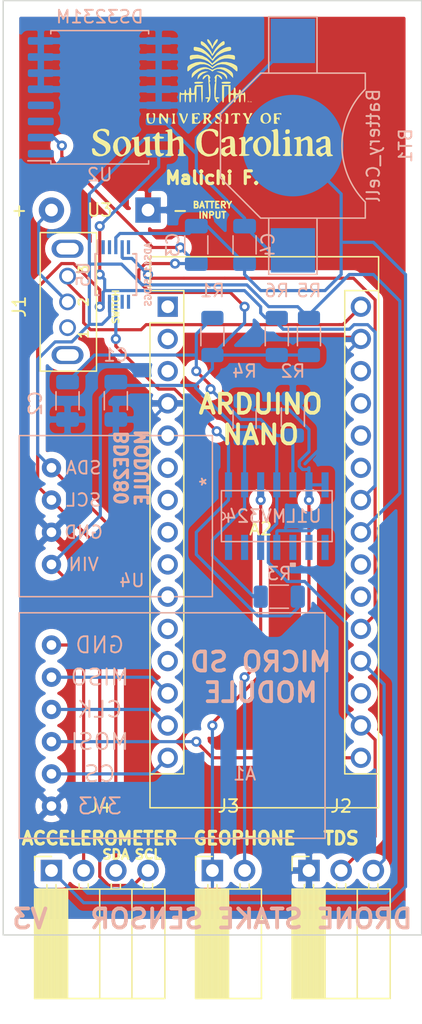
<source format=kicad_pcb>
(kicad_pcb (version 20171130) (host pcbnew "(5.1.10)-1")
  (layers (0 F.Cu signal) (31 B.Cu signal) (34 B.Paste user) (35 F.Paste user) (36 B.SilkS user) (37 F.SilkS user) (38 B.Mask user) (39 F.Mask user) (44 Edge.Cuts user))
  (net 0 "")
  (net 1 "Net-(A1-Pad1)")
  (net 2 "Net-(A1-Pad2)")
  (net 3 "Net-(A1-Pad3)")
  (net 4 "Net-(A1-Pad4)")
  (net 5 "Net-(A1-Pad5)")
  (net 6 GND)
  (net 7 "Net-(A2-Pad1)")
  (net 8 "Net-(A2-Pad2)")
  (net 9 "Net-(A2-Pad18)")
  (net 10 "Net-(A2-Pad3)")
  (net 11 "Net-(A2-Pad19)")
  (net 12 "Net-(A2-Pad20)")
  (net 13 "Net-(A2-Pad5)")
  (net 14 "Net-(A2-Pad21)")
  (net 15 "Net-(A2-Pad6)")
  (net 16 "Net-(A2-Pad22)")
  (net 17 "Net-(A2-Pad7)")
  (net 18 "Net-(A2-Pad8)")
  (net 19 "Net-(A2-Pad9)")
  (net 20 "Net-(A2-Pad25)")
  (net 21 "Net-(A2-Pad10)")
  (net 22 "Net-(A2-Pad26)")
  (net 23 "Net-(A2-Pad11)")
  (net 24 "Net-(A2-Pad27)")
  (net 25 "Net-(A2-Pad12)")
  (net 26 "Net-(A2-Pad28)")
  (net 27 GNDS)
  (net 28 "Net-(BT1-Pad1)")
  (net 29 "Net-(C2-Pad1)")
  (net 30 "Net-(J1-Pad1)")
  (net 31 VCC)
  (net 32 "Net-(J3-Pad1)")
  (net 33 "Net-(J3-Pad2)")
  (net 34 "Net-(R3-Pad1)")
  (net 35 "Net-(R3-Pad2)")
  (net 36 "Net-(U1-Pad8)")
  (net 37 "Net-(U1-Pad9)")
  (net 38 "Net-(U1-Pad10)")
  (net 39 "Net-(U1-Pad12)")
  (net 40 "Net-(U1-Pad13)")
  (net 41 "Net-(U1-Pad14)")
  (net 42 "Net-(U2-Pad1)")
  (net 43 "Net-(U2-Pad3)")
  (net 44 "Net-(U2-Pad4)")
  (net 45 "Net-(U5-Pad1)")
  (net 46 "Net-(U5-Pad2)")
  (net 47 "Net-(U5-Pad5)")
  (net 48 "Net-(U5-Pad6)")
  (net 49 "Net-(U5-Pad7)")
  (net 50 "Net-(A2-Pad23)")
  (net 51 "Net-(A2-Pad24)")
  (net 52 "Net-(A2-Pad30)")
  (module "kitest:SD Module" (layer B.Cu) (at 110.49 146.05 180)
    (fp_text reference A1 (at -3.81 6.35) (layer B.SilkS) (effects (justify mirror)))
    (fp_text value SD_Card_Module)
    (fp_text user GND (at 7.62 16.51) (layer B.SilkS) (effects (font (size 1.27 1.27)) (justify mirror)))
    (fp_text user MISO (at 7.62 13.97) (layer B.SilkS) (effects (font (size 1.27 1.27)) (justify mirror)))
    (fp_text user CLK (at 7.62 11.43) (layer B.SilkS) (effects (font (size 1.27 1.27)) (justify mirror)))
    (fp_text user MOSI (at 7.62 8.89) (layer B.SilkS) (effects (font (size 1.27 1.27)) (justify mirror)))
    (fp_text user CS (at 7.62 6.35) (layer B.SilkS) (effects (font (size 1.27 1.27)) (justify mirror)))
    (fp_text user 3V3 (at 7.62 3.81) (layer B.SilkS) (effects (font (size 1.27 1.27)) (justify mirror)))
    (pad 1 thru_hole circle (at 11.43 16.51 180) (size 1.524 1.524) (drill 0.762) (layers *.Cu *.Mask) (net 1 "Net-(A1-Pad1)"))
    (pad 2 thru_hole circle (at 11.43 13.97 180) (size 1.524 1.524) (drill 0.762) (layers *.Cu *.Mask) (net 2 "Net-(A1-Pad2)"))
    (pad 3 thru_hole circle (at 11.43 11.43 180) (size 1.524 1.524) (drill 0.762) (layers *.Cu *.Mask) (net 3 "Net-(A1-Pad3)"))
    (pad 4 thru_hole circle (at 11.43 8.89 180) (size 1.524 1.524) (drill 0.762) (layers *.Cu *.Mask) (net 4 "Net-(A1-Pad4)"))
    (pad 5 thru_hole circle (at 11.43 6.35 180) (size 1.524 1.524) (drill 0.762) (layers *.Cu *.Mask) (net 5 "Net-(A1-Pad5)"))
    (pad 6 thru_hole circle (at 11.43 3.81 180) (size 1.524 1.524) (drill 0.762) (layers *.Cu *.Mask) (net 6 GND))
  )
  (module kitest:TDS_module (layer B.Cu) (at 104.14 119.38 180)
    (fp_text reference U4 (at -1.27 -5.08) (layer B.SilkS) (effects (justify mirror)))
    (fp_text value 4023)
    (fp_text user SDA (at 2.54 3.81) (layer B.SilkS) (effects (justify mirror)))
    (fp_text user SCL (at 2.54 1.27) (layer B.SilkS) (effects (justify mirror)))
    (fp_text user GND (at 2.54 -1.27) (layer B.SilkS) (effects (justify mirror)))
    (fp_text user VIN (at 2.54 -3.81) (layer B.SilkS) (effects (justify mirror)))
    (pad 12 thru_hole circle (at 5.08 3.81 180) (size 1.524 1.524) (drill 0.762) (layers *.Cu *.Mask) (net 50 "Net-(A2-Pad23)"))
    (pad 11 thru_hole circle (at 5.08 1.27 180) (size 1.524 1.524) (drill 0.762) (layers *.Cu *.Mask) (net 51 "Net-(A2-Pad24)"))
    (pad 10 thru_hole circle (at 5.08 -1.27 180) (size 1.524 1.524) (drill 0.762) (layers *.Cu *.Mask) (net 6 GND))
    (pad 13 thru_hole circle (at 5.08 -3.81 180) (size 1.524 1.524) (drill 0.762) (layers *.Cu *.Mask) (net 1 "Net-(A1-Pad1)"))
  )
  (module Module:Arduino_Nano (layer F.Cu) (at 108.235001 102.87)
    (fp_text reference A2 (at 7.334999 17.504999) (layer F.SilkS))
    (fp_text value Arduino_Nano_v3.x)
    (pad 1 thru_hole rect (at 0 0) (size 1.6 1.6) (drill 1) (layers *.Cu *.Mask) (net 7 "Net-(A2-Pad1)"))
    (pad 17 thru_hole oval (at 15.24 33.02) (size 1.6 1.6) (drill 1) (layers *.Cu *.Mask) (net 1 "Net-(A1-Pad1)"))
    (pad 2 thru_hole oval (at 0 2.54) (size 1.6 1.6) (drill 1) (layers *.Cu *.Mask) (net 8 "Net-(A2-Pad2)"))
    (pad 18 thru_hole oval (at 15.24 30.48) (size 1.6 1.6) (drill 1) (layers *.Cu *.Mask) (net 9 "Net-(A2-Pad18)"))
    (pad 3 thru_hole oval (at 0 5.08) (size 1.6 1.6) (drill 1) (layers *.Cu *.Mask) (net 10 "Net-(A2-Pad3)"))
    (pad 19 thru_hole oval (at 15.24 27.94) (size 1.6 1.6) (drill 1) (layers *.Cu *.Mask) (net 11 "Net-(A2-Pad19)"))
    (pad 4 thru_hole oval (at 0 7.62) (size 1.6 1.6) (drill 1) (layers *.Cu *.Mask) (net 6 GND))
    (pad 20 thru_hole oval (at 15.24 25.4) (size 1.6 1.6) (drill 1) (layers *.Cu *.Mask) (net 12 "Net-(A2-Pad20)"))
    (pad 5 thru_hole oval (at 0 10.16) (size 1.6 1.6) (drill 1) (layers *.Cu *.Mask) (net 13 "Net-(A2-Pad5)"))
    (pad 21 thru_hole oval (at 15.24 22.86) (size 1.6 1.6) (drill 1) (layers *.Cu *.Mask) (net 14 "Net-(A2-Pad21)"))
    (pad 6 thru_hole oval (at 0 12.7) (size 1.6 1.6) (drill 1) (layers *.Cu *.Mask) (net 15 "Net-(A2-Pad6)"))
    (pad 22 thru_hole oval (at 15.24 20.32) (size 1.6 1.6) (drill 1) (layers *.Cu *.Mask) (net 16 "Net-(A2-Pad22)"))
    (pad 7 thru_hole oval (at 0 15.24) (size 1.6 1.6) (drill 1) (layers *.Cu *.Mask) (net 17 "Net-(A2-Pad7)"))
    (pad 23 thru_hole oval (at 15.24 17.78) (size 1.6 1.6) (drill 1) (layers *.Cu *.Mask) (net 50 "Net-(A2-Pad23)"))
    (pad 8 thru_hole oval (at 0 17.78) (size 1.6 1.6) (drill 1) (layers *.Cu *.Mask) (net 18 "Net-(A2-Pad8)"))
    (pad 24 thru_hole oval (at 15.24 15.24) (size 1.6 1.6) (drill 1) (layers *.Cu *.Mask) (net 51 "Net-(A2-Pad24)"))
    (pad 9 thru_hole oval (at 0 20.32) (size 1.6 1.6) (drill 1) (layers *.Cu *.Mask) (net 19 "Net-(A2-Pad9)"))
    (pad 25 thru_hole oval (at 15.24 12.7) (size 1.6 1.6) (drill 1) (layers *.Cu *.Mask) (net 20 "Net-(A2-Pad25)"))
    (pad 10 thru_hole oval (at 0 22.86) (size 1.6 1.6) (drill 1) (layers *.Cu *.Mask) (net 21 "Net-(A2-Pad10)"))
    (pad 26 thru_hole oval (at 15.24 10.16) (size 1.6 1.6) (drill 1) (layers *.Cu *.Mask) (net 22 "Net-(A2-Pad26)"))
    (pad 11 thru_hole oval (at 0 25.4) (size 1.6 1.6) (drill 1) (layers *.Cu *.Mask) (net 23 "Net-(A2-Pad11)"))
    (pad 27 thru_hole oval (at 15.24 7.62) (size 1.6 1.6) (drill 1) (layers *.Cu *.Mask) (net 24 "Net-(A2-Pad27)"))
    (pad 12 thru_hole oval (at 0 27.94) (size 1.6 1.6) (drill 1) (layers *.Cu *.Mask) (net 25 "Net-(A2-Pad12)"))
    (pad 28 thru_hole oval (at 15.24 5.08) (size 1.6 1.6) (drill 1) (layers *.Cu *.Mask) (net 26 "Net-(A2-Pad28)"))
    (pad 13 thru_hole oval (at 0 30.48) (size 1.6 1.6) (drill 1) (layers *.Cu *.Mask) (net 2 "Net-(A1-Pad2)"))
    (pad 29 thru_hole oval (at 15.24 2.54) (size 1.6 1.6) (drill 1) (layers *.Cu *.Mask) (net 6 GND))
    (pad 14 thru_hole oval (at 0 33.02) (size 1.6 1.6) (drill 1) (layers *.Cu *.Mask) (net 3 "Net-(A1-Pad3)"))
    (pad 30 thru_hole oval (at 15.24 0) (size 1.6 1.6) (drill 1) (layers *.Cu *.Mask) (net 52 "Net-(A2-Pad30)"))
    (pad 15 thru_hole oval (at 0 35.56) (size 1.6 1.6) (drill 1) (layers *.Cu *.Mask) (net 5 "Net-(A1-Pad5)"))
    (pad 16 thru_hole oval (at 15.24 35.56) (size 1.6 1.6) (drill 1) (layers *.Cu *.Mask) (net 4 "Net-(A1-Pad4)"))
  )
  (module Connector_PinSocket_2.54mm:PinSocket_1x04_P2.54mm_Horizontal (layer F.Cu) (at 99.06 147.32 90)
    (fp_text reference J4 (at 5.08 3.81 180) (layer F.SilkS))
    (fp_text value Conn_01x04_Female)
    (pad 1 thru_hole rect (at 0 0 90) (size 1.7 1.7) (drill 1) (layers *.Cu *.Mask) (net 27 GNDS))
    (pad 2 thru_hole oval (at 0 2.54 90) (size 1.7 1.7) (drill 1) (layers *.Cu *.Mask) (net 1 "Net-(A1-Pad1)"))
    (pad 3 thru_hole oval (at 0 5.08 90) (size 1.7 1.7) (drill 1) (layers *.Cu *.Mask) (net 50 "Net-(A2-Pad23)"))
    (pad 4 thru_hole oval (at 0 7.62 90) (size 1.7 1.7) (drill 1) (layers *.Cu *.Mask) (net 51 "Net-(A2-Pad24)"))
  )
  (module kitest:LMV324IDR (layer B.Cu) (at 116.84 119.38 270)
    (fp_text reference U1 (at 0 -2.54) (layer B.SilkS) (effects (justify mirror)))
    (fp_text value LMV324 (at 0 1.27) (layer B.SilkS) (effects (justify mirror)))
    (fp_text user * (at -2.7178 5.5118 90) (layer B.SilkS) (effects (justify mirror)))
    (fp_text user * (at -2.7178 5.5118 90) (layer B.SilkS) (effects (justify mirror)))
    (pad 1 smd rect (at -2.4638 3.81 270) (size 1.9812 0.5588) (layers B.Cu B.Paste B.Mask) (net 34 "Net-(R3-Pad1)"))
    (pad 2 smd rect (at -2.4638 2.54 270) (size 1.9812 0.5588) (layers B.Cu B.Paste B.Mask) (net 35 "Net-(R3-Pad2)"))
    (pad 3 smd rect (at -2.4638 1.27 270) (size 1.9812 0.5588) (layers B.Cu B.Paste B.Mask) (net 33 "Net-(J3-Pad2)"))
    (pad 4 smd rect (at -2.4638 0 270) (size 1.9812 0.5588) (layers B.Cu B.Paste B.Mask) (net 1 "Net-(A1-Pad1)"))
    (pad 5 smd rect (at -2.4638 -1.27 270) (size 1.9812 0.5588) (layers B.Cu B.Paste B.Mask) (net 29 "Net-(C2-Pad1)"))
    (pad 6 smd rect (at -2.4638 -2.54 270) (size 1.9812 0.5588) (layers B.Cu B.Paste B.Mask) (net 32 "Net-(J3-Pad1)"))
    (pad 7 smd rect (at -2.4638 -3.81 270) (size 1.9812 0.5588) (layers B.Cu B.Paste B.Mask) (net 32 "Net-(J3-Pad1)"))
    (pad 8 smd rect (at 2.4638 -3.81 270) (size 1.9812 0.5588) (layers B.Cu B.Paste B.Mask) (net 36 "Net-(U1-Pad8)"))
    (pad 9 smd rect (at 2.4638 -2.54 270) (size 1.9812 0.5588) (layers B.Cu B.Paste B.Mask) (net 37 "Net-(U1-Pad9)"))
    (pad 10 smd rect (at 2.4638 -1.27 270) (size 1.9812 0.5588) (layers B.Cu B.Paste B.Mask) (net 38 "Net-(U1-Pad10)"))
    (pad 11 smd rect (at 2.4638 0 270) (size 1.9812 0.5588) (layers B.Cu B.Paste B.Mask) (net 6 GND))
    (pad 12 smd rect (at 2.4638 1.27 270) (size 1.9812 0.5588) (layers B.Cu B.Paste B.Mask) (net 39 "Net-(U1-Pad12)"))
    (pad 13 smd rect (at 2.4638 2.54 270) (size 1.9812 0.5588) (layers B.Cu B.Paste B.Mask) (net 40 "Net-(U1-Pad13)"))
    (pad 14 smd rect (at 2.4638 3.81 270) (size 1.9812 0.5588) (layers B.Cu B.Paste B.Mask) (net 41 "Net-(U1-Pad14)"))
  )
  (module kitest:uofsc_logo_0_75in (layer F.Cu) (at 111.76 86.36)
    (fp_text reference G*** hide)
    (fp_text value LOGO hide)
  )
  (module Package_SO:TSSOP-10_3x3mm_P0.5mm (layer B.Cu) (at 104.14 100.33 270)
    (fp_text reference U5 (at 0 2.55 90) (layer B.SilkS) (effects (justify mirror)))
    (fp_text value ADS1115IDGS (at 0 -2.55 90) (layer B.SilkS) (effects (font (size 0.5 0.5) (thickness 0.125)) (justify mirror)))
    (pad 1 smd rect (at -2.15 1 270) (size 1.1 0.25) (layers B.Cu B.Paste B.Mask) (net 45 "Net-(U5-Pad1)"))
    (pad 2 smd rect (at -2.15 0.5 270) (size 1.1 0.25) (layers B.Cu B.Paste B.Mask) (net 46 "Net-(U5-Pad2)"))
    (pad 3 smd rect (at -2.15 0 270) (size 1.1 0.25) (layers B.Cu B.Paste B.Mask) (net 27 GNDS))
    (pad 4 smd rect (at -2.15 -0.5 270) (size 1.1 0.25) (layers B.Cu B.Paste B.Mask) (net 12 "Net-(A2-Pad20)"))
    (pad 5 smd rect (at -2.15 -1 270) (size 1.1 0.25) (layers B.Cu B.Paste B.Mask) (net 47 "Net-(U5-Pad5)"))
    (pad 6 smd rect (at 2.15 -1 270) (size 1.1 0.25) (layers B.Cu B.Paste B.Mask) (net 48 "Net-(U5-Pad6)"))
    (pad 7 smd rect (at 2.15 -0.5 270) (size 1.1 0.25) (layers B.Cu B.Paste B.Mask) (net 49 "Net-(U5-Pad7)"))
    (pad 8 smd rect (at 2.15 0 270) (size 1.1 0.25) (layers B.Cu B.Paste B.Mask) (net 34 "Net-(R3-Pad1)"))
    (pad 9 smd rect (at 2.15 0.5 270) (size 1.1 0.25) (layers B.Cu B.Paste B.Mask) (net 50 "Net-(A2-Pad23)"))
    (pad 10 smd rect (at 2.15 1 270) (size 1.1 0.25) (layers B.Cu B.Paste B.Mask) (net 51 "Net-(A2-Pad24)"))
  )
  (module Capacitor_SMD:C_1206_3216Metric (layer B.Cu) (at 104.14 110.285 270)
    (fp_text reference C1 (at -3.605 0 180) (layer B.SilkS) (effects (justify mirror)))
    (fp_text value C_Small)
    (pad 2 smd roundrect (at 1.475 0 270) (size 1.15 1.8) (layers B.Cu B.Paste B.Mask) (roundrect_rratio 0.217391) (net 6 GND))
    (pad 1 smd roundrect (at -1.475 0 270) (size 1.15 1.8) (layers B.Cu B.Paste B.Mask) (roundrect_rratio 0.217391) (net 1 "Net-(A1-Pad1)"))
  )
  (module Capacitor_SMD:C_1206_3216Metric (layer B.Cu) (at 100.33 110.285 270)
    (fp_text reference C2 (at 0.205 2.54 270) (layer B.SilkS) (effects (justify mirror)))
    (fp_text value C_Small)
    (pad 1 smd roundrect (at -1.475 0 270) (size 1.15 1.8) (layers B.Cu B.Paste B.Mask) (roundrect_rratio 0.217391) (net 29 "Net-(C2-Pad1)"))
    (pad 2 smd roundrect (at 1.475 0 270) (size 1.15 1.8) (layers B.Cu B.Paste B.Mask) (roundrect_rratio 0.217391) (net 6 GND))
  )
  (module Capacitor_SMD:C_1206_3216Metric (layer B.Cu) (at 110.49 97.995 270)
    (fp_text reference C3 (at 0 1.85 90) (layer B.SilkS) (effects (justify mirror)))
    (fp_text value C_Small)
    (pad 1 smd roundrect (at -1.475 0 270) (size 1.15 1.8) (layers B.Cu B.Paste B.Mask) (roundrect_rratio 0.217391) (net 27 GNDS))
    (pad 2 smd roundrect (at 1.475 0 270) (size 1.15 1.8) (layers B.Cu B.Paste B.Mask) (roundrect_rratio 0.217391) (net 1 "Net-(A1-Pad1)"))
  )
  (module Capacitor_SMD:C_1206_3216Metric (layer B.Cu) (at 114.3 97.995 90)
    (fp_text reference C4 (at 0 1.85 90) (layer B.SilkS) (effects (justify mirror)))
    (fp_text value C_Small)
    (pad 2 smd roundrect (at 1.475 0 90) (size 1.15 1.8) (layers B.Cu B.Paste B.Mask) (roundrect_rratio 0.217391) (net 28 "Net-(BT1-Pad1)"))
    (pad 1 smd roundrect (at -1.475 0 90) (size 1.15 1.8) (layers B.Cu B.Paste B.Mask) (roundrect_rratio 0.217391) (net 27 GNDS))
  )
  (module kitest:grounded_switch (layer F.Cu) (at 95.25 102.489 90)
    (fp_text reference J1 (at -0.381 1.27 270) (layer F.SilkS))
    (fp_text value XLR3_Switched)
    (fp_text user 1 (at -2.54 6.35 90) (layer F.SilkS) (effects (font (size 0.75 0.75))))
    (fp_text user 2 (at 0 6.35 90) (layer F.SilkS) (effects (font (size 0.75 0.75))))
    (fp_text user 3 (at 2.54 6.35 90) (layer F.SilkS) (effects (font (size 0.75 0.75))))
    (pad 1 thru_hole circle (at -2.032 5.08 90) (size 1.324 1.324) (drill 0.914) (layers *.Cu *.Mask) (net 30 "Net-(J1-Pad1)"))
    (pad 2 thru_hole circle (at 0 5.08 90) (size 1.324 1.324) (drill 0.914) (layers *.Cu *.Mask) (net 31 VCC))
    (pad 3 thru_hole circle (at 2.032 5.08 90) (size 1.324 1.324) (drill 0.914) (layers *.Cu *.Mask) (net 52 "Net-(A2-Pad30)"))
    (pad 4 thru_hole oval (at -4.191 5.08 180) (size 2.524 1.424) (drill oval 1.76 0.914) (layers *.Cu *.Mask))
    (pad 5 thru_hole oval (at 4.191 5.08 180) (size 2.524 1.424) (drill oval 1.76 0.914) (layers *.Cu *.Mask))
  )
  (module Connector_PinSocket_2.54mm:PinSocket_1x03_P2.54mm_Horizontal (layer F.Cu) (at 119.38 147.32 90)
    (fp_text reference J2 (at 5.08 2.54 180) (layer F.SilkS))
    (fp_text value Conn_01x03_Female)
    (pad 3 thru_hole oval (at 0 5.08 90) (size 1.7 1.7) (drill 1) (layers *.Cu *.Mask) (net 11 "Net-(A2-Pad19)"))
    (pad 2 thru_hole oval (at 0 2.54 90) (size 1.7 1.7) (drill 1) (layers *.Cu *.Mask) (net 1 "Net-(A1-Pad1)"))
    (pad 1 thru_hole rect (at 0 0 90) (size 1.7 1.7) (drill 1) (layers *.Cu *.Mask) (net 6 GND))
  )
  (module Resistor_SMD:R_1206_3216Metric (layer B.Cu) (at 111.76 105.2175 90)
    (fp_text reference R1 (at 3.6175 0 180) (layer B.SilkS) (effects (justify mirror)))
    (fp_text value R_Small_US)
    (pad 1 smd roundrect (at -1.4625 0 90) (size 1.125 1.75) (layers B.Cu B.Paste B.Mask) (roundrect_rratio 0.222222) (net 1 "Net-(A1-Pad1)"))
    (pad 2 smd roundrect (at 1.4625 0 90) (size 1.125 1.75) (layers B.Cu B.Paste B.Mask) (roundrect_rratio 0.222222) (net 29 "Net-(C2-Pad1)"))
  )
  (module Resistor_SMD:R_1206_3216Metric (layer B.Cu) (at 118.11 111.5675 90)
    (fp_text reference R2 (at 3.6175 0) (layer B.SilkS) (effects (justify mirror)))
    (fp_text value R_Small_US)
    (pad 2 smd roundrect (at 1.4625 0 90) (size 1.125 1.75) (layers B.Cu B.Paste B.Mask) (roundrect_rratio 0.222222) (net 6 GND))
    (pad 1 smd roundrect (at -1.4625 0 90) (size 1.125 1.75) (layers B.Cu B.Paste B.Mask) (roundrect_rratio 0.222222) (net 29 "Net-(C2-Pad1)"))
  )
  (module Resistor_SMD:R_1206_3216Metric (layer B.Cu) (at 117.0325 125.73 180)
    (fp_text reference R3 (at 0 1.82) (layer B.SilkS) (effects (justify mirror)))
    (fp_text value R_Small_US)
    (pad 1 smd roundrect (at -1.4625 0 180) (size 1.125 1.75) (layers B.Cu B.Paste B.Mask) (roundrect_rratio 0.222222) (net 34 "Net-(R3-Pad1)"))
    (pad 2 smd roundrect (at 1.4625 0 180) (size 1.125 1.75) (layers B.Cu B.Paste B.Mask) (roundrect_rratio 0.222222) (net 35 "Net-(R3-Pad2)"))
  )
  (module Resistor_SMD:R_1206_3216Metric (layer B.Cu) (at 114.3 111.76 90)
    (fp_text reference R4 (at 3.81 0) (layer B.SilkS) (effects (justify mirror)))
    (fp_text value R_Small_US)
    (pad 2 smd roundrect (at 1.4625 0 90) (size 1.125 1.75) (layers B.Cu B.Paste B.Mask) (roundrect_rratio 0.222222) (net 32 "Net-(J3-Pad1)"))
    (pad 1 smd roundrect (at -1.4625 0 90) (size 1.125 1.75) (layers B.Cu B.Paste B.Mask) (roundrect_rratio 0.222222) (net 35 "Net-(R3-Pad2)"))
  )
  (module Resistor_SMD:R_1206_3216Metric (layer B.Cu) (at 119.38 105.2175 90)
    (fp_text reference R5 (at 3.6175 0) (layer B.SilkS) (effects (justify mirror)))
    (fp_text value R_Small_US)
    (pad 2 smd roundrect (at 1.4625 0 90) (size 1.125 1.75) (layers B.Cu B.Paste B.Mask) (roundrect_rratio 0.222222) (net 50 "Net-(A2-Pad23)"))
    (pad 1 smd roundrect (at -1.4625 0 90) (size 1.125 1.75) (layers B.Cu B.Paste B.Mask) (roundrect_rratio 0.222222) (net 1 "Net-(A1-Pad1)"))
  )
  (module Resistor_SMD:R_1206_3216Metric (layer B.Cu) (at 116.84 105.2175 90)
    (fp_text reference R6 (at 3.6175 0) (layer B.SilkS) (effects (justify mirror)))
    (fp_text value R_Small_US)
    (pad 1 smd roundrect (at -1.4625 0 90) (size 1.125 1.75) (layers B.Cu B.Paste B.Mask) (roundrect_rratio 0.222222) (net 1 "Net-(A1-Pad1)"))
    (pad 2 smd roundrect (at 1.4625 0 90) (size 1.125 1.75) (layers B.Cu B.Paste B.Mask) (roundrect_rratio 0.222222) (net 51 "Net-(A2-Pad24)"))
  )
  (module Package_SO:SOIC-16W_7.5x10.3mm_P1.27mm (layer B.Cu) (at 102.87 86.36)
    (fp_text reference U2 (at 0 6.1 180) (layer B.SilkS) (effects (justify mirror)))
    (fp_text value DS3231M (at 0 -6.35 180) (layer B.SilkS) (effects (justify mirror)))
    (pad 1 smd roundrect (at -4.65 4.445) (size 2.05 0.6) (layers B.Cu B.Paste B.Mask) (net 42 "Net-(U2-Pad1)"))
    (pad 2 smd roundrect (at -4.65 3.175) (size 2.05 0.6) (layers B.Cu B.Paste B.Mask) (net 1 "Net-(A1-Pad1)"))
    (pad 3 smd roundrect (at -4.65 1.905) (size 2.05 0.6) (layers B.Cu B.Paste B.Mask) (net 43 "Net-(U2-Pad3)"))
    (pad 4 smd roundrect (at -4.65 0.635) (size 2.05 0.6) (layers B.Cu B.Paste B.Mask) (net 44 "Net-(U2-Pad4)"))
    (pad 5 smd roundrect (at -4.65 -0.635) (size 2.05 0.6) (layers B.Cu B.Paste B.Mask) (net 6 GND))
    (pad 6 smd roundrect (at -4.65 -1.905) (size 2.05 0.6) (layers B.Cu B.Paste B.Mask) (net 6 GND))
    (pad 7 smd roundrect (at -4.65 -3.175) (size 2.05 0.6) (layers B.Cu B.Paste B.Mask) (net 6 GND))
    (pad 8 smd roundrect (at -4.65 -4.445) (size 2.05 0.6) (layers B.Cu B.Paste B.Mask) (net 6 GND))
    (pad 9 smd roundrect (at 4.65 -4.445) (size 2.05 0.6) (layers B.Cu B.Paste B.Mask) (net 6 GND))
    (pad 10 smd roundrect (at 4.65 -3.175) (size 2.05 0.6) (layers B.Cu B.Paste B.Mask) (net 6 GND))
    (pad 11 smd roundrect (at 4.65 -1.905) (size 2.05 0.6) (layers B.Cu B.Paste B.Mask) (net 6 GND))
    (pad 12 smd roundrect (at 4.65 -0.635) (size 2.05 0.6) (layers B.Cu B.Paste B.Mask) (net 6 GND))
    (pad 13 smd roundrect (at 4.65 0.635) (size 2.05 0.6) (layers B.Cu B.Paste B.Mask) (net 6 GND))
    (pad 14 smd roundrect (at 4.65 1.905) (size 2.05 0.6) (layers B.Cu B.Paste B.Mask) (net 28 "Net-(BT1-Pad1)"))
    (pad 15 smd roundrect (at 4.65 3.175) (size 2.05 0.6) (layers B.Cu B.Paste B.Mask) (net 50 "Net-(A2-Pad23)"))
    (pad 16 smd roundrect (at 4.65 4.445) (size 2.05 0.6) (layers B.Cu B.Paste B.Mask) (net 51 "Net-(A2-Pad24)"))
  )
  (module kitest:Battery_Input (layer F.Cu) (at 102.87 96.52 180)
    (fp_text reference U3 (at 0 1.27) (layer F.SilkS))
    (fp_text value Battery_Input)
    (fp_text user + (at 6.35 1.27) (layer F.SilkS))
    (fp_text user - (at -6.35 1.27) (layer F.SilkS))
    (pad 1 thru_hole circle (at 3.81 1.27 180) (size 2 2) (drill 1) (layers *.Cu *.Mask) (net 31 VCC))
    (pad 2 thru_hole rect (at -3.81 1.27 180) (size 2 2) (drill 1) (layers *.Cu *.Mask) (net 6 GND))
  )
  (module kitest:battery_holder_10mm (layer B.Cu) (at 118.11 90.17 90)
    (fp_text reference BT1 (at 0 8.89 90) (layer B.SilkS) (effects (justify mirror)))
    (fp_text value Battery_Cell (at 0 6.35 90) (layer B.SilkS) (effects (justify mirror)))
    (pad 1 smd rect (at 8.255 0 180) (size 3.5 3.5) (layers B.Cu B.Mask) (net 28 "Net-(BT1-Pad1)"))
    (pad 1 smd rect (at -8.255 0 180) (size 3.5 3.5) (layers B.Cu B.Mask) (net 28 "Net-(BT1-Pad1)"))
    (pad 2 smd circle (at 0 0 180) (size 8 8) (layers B.Cu B.Mask) (net 27 GNDS))
  )
  (module Connector_PinSocket_2.54mm:PinSocket_1x02_P2.54mm_Horizontal (layer F.Cu) (at 111.76 147.32 90)
    (fp_text reference J3 (at 5.08 1.27) (layer F.SilkS))
    (fp_text value Conn_01x02_Female)
    (pad 1 thru_hole rect (at 0 0 90) (size 1.7 1.7) (drill 1) (layers *.Cu *.Mask) (net 32 "Net-(J3-Pad1)"))
    (pad 2 thru_hole oval (at 0 2.54 90) (size 1.7 1.7) (drill 1) (layers *.Cu *.Mask) (net 33 "Net-(J3-Pad2)"))
  )
  (gr_text "Malichi F." (at 111.76 92.71) (layer F.SilkS) (effects (font (size 1 1) (thickness 0.25))))
  (gr_text SCL (at 106.68 146.05) (layer F.SilkS) (effects (font (size 0.75 0.75) (thickness 0.1875))))
  (gr_text SDA (at 104.14 146.05) (layer F.SilkS) (effects (font (size 0.75 0.75) (thickness 0.1875))))
  (gr_text ACCELEROMETER (at 102.87 144.78) (layer F.SilkS) (effects (font (size 1 1) (thickness 0.25))))
  (gr_text "DRONE STAKE SENSOR   V3\n" (at 111.76 151.13) (layer B.SilkS) (effects (font (size 1.5 1.5) (thickness 0.3)) (justify mirror)))
  (gr_text "BDE280\nMODULE" (at 105.41 115.57 90) (layer B.SilkS) (effects (font (size 1 1) (thickness 0.25)) (justify mirror)))
  (gr_text "MICRO SD\nMODULE" (at 115.57 132.08) (layer B.SilkS) (effects (font (size 1.5 1.5) (thickness 0.3)) (justify mirror)))
  (gr_text SWITCH (at 104.14 102.87 90) (layer F.SilkS) (effects (font (size 0.5 0.5) (thickness 0.125))))
  (gr_text "BATTERY\nINPUT" (at 111.76 95.25) (layer F.SilkS) (effects (font (size 0.5 0.5) (thickness 0.125))))
  (gr_text TDS (at 121.92 144.78) (layer F.SilkS) (effects (font (size 1 1) (thickness 0.25))))
  (gr_text GEOPHONE (at 114.3 144.78) (layer F.SilkS) (effects (font (size 1 1) (thickness 0.25))))
  (gr_text "ARDUINO\nNANO" (at 115.57 111.76) (layer F.SilkS) (effects (font (size 1.5 1.5) (thickness 0.3))))
  (gr_line (start 95.25 152.4) (end 95.25 78.74) (layer Edge.Cuts) (width 0.1))
  (gr_line (start 128.27 152.4) (end 95.25 152.4) (layer Edge.Cuts) (width 0.1))
  (gr_line (start 128.27 78.74) (end 128.27 152.4) (layer Edge.Cuts) (width 0.1))
  (gr_line (start 95.25 78.74) (end 128.27 78.74) (layer Edge.Cuts) (width 0.1))
  (segment (start 119.38 106.68) (end 115.57 106.68) (width 0.25) (layer B.Cu) (net 1))
  (segment (start 115.57 106.68) (end 111.76 106.68) (width 0.25) (layer B.Cu) (net 1))
  (segment (start 99.245 89.535) (end 99.88 90.17) (width 0.25) (layer B.Cu) (net 1))
  (segment (start 98.22 89.535) (end 99.245 89.535) (width 0.25) (layer B.Cu) (net 1))
  (segment (start 110.49 99.47) (end 110.285 99.265) (width 0.25) (layer B.Cu) (net 1))
  (segment (start 99.88 90.17) (end 99.88 90.17) (width 0.25) (layer B.Cu) (net 1))
  (via (at 99.88 90.17) (size 0.8) (drill 0.4) (layers F.Cu B.Cu) (net 1))
  (segment (start 109.22 98.2) (end 109.22 98.2) (width 0.25) (layer B.Cu) (net 1))
  (via (at 109.22 98.2) (size 0.8) (drill 0.4) (layers F.Cu B.Cu) (net 1))
  (segment (start 99.88 91.035002) (end 99.88 90.17) (width 0.25) (layer F.Cu) (net 1))
  (segment (start 107.044998 98.2) (end 99.88 91.035002) (width 0.25) (layer F.Cu) (net 1))
  (segment (start 109.22 98.2) (end 107.044998 98.2) (width 0.25) (layer F.Cu) (net 1))
  (segment (start 104.405001 109.075001) (end 104.14 108.81) (width 0.25) (layer B.Cu) (net 1))
  (segment (start 110.438001 109.075001) (end 104.405001 109.075001) (width 0.25) (layer B.Cu) (net 1))
  (segment (start 111.76 107.753002) (end 110.438001 109.075001) (width 0.25) (layer B.Cu) (net 1))
  (segment (start 111.76 106.68) (end 111.76 107.753002) (width 0.25) (layer B.Cu) (net 1))
  (segment (start 116.84 113.66641) (end 116.84 116.9162) (width 0.25) (layer B.Cu) (net 1))
  (segment (start 115.50858 112.33499) (end 116.84 113.66641) (width 0.25) (layer B.Cu) (net 1))
  (segment (start 113.513798 112.33499) (end 115.50858 112.33499) (width 0.25) (layer B.Cu) (net 1))
  (segment (start 110.438001 109.259193) (end 113.513798 112.33499) (width 0.25) (layer B.Cu) (net 1))
  (segment (start 110.438001 109.075001) (end 110.438001 109.259193) (width 0.25) (layer B.Cu) (net 1))
  (segment (start 102.91499 119.33501) (end 99.06 123.19) (width 0.25) (layer B.Cu) (net 1))
  (segment (start 102.91499 110.03501) (end 102.91499 119.33501) (width 0.25) (layer B.Cu) (net 1))
  (segment (start 104.14 108.81) (end 102.91499 110.03501) (width 0.25) (layer B.Cu) (net 1))
  (segment (start 101.6 125.73) (end 101.6 147.32) (width 0.25) (layer F.Cu) (net 1))
  (segment (start 99.06 123.19) (end 101.6 125.73) (width 0.25) (layer F.Cu) (net 1))
  (segment (start 101.6 125.73) (end 101.6 127) (width 0.25) (layer F.Cu) (net 1))
  (segment (start 124.600002 137.015001) (end 123.475001 135.89) (width 0.25) (layer F.Cu) (net 1))
  (segment (start 124.600002 144.639998) (end 124.600002 137.015001) (width 0.25) (layer F.Cu) (net 1))
  (segment (start 121.92 147.32) (end 124.600002 144.639998) (width 0.25) (layer F.Cu) (net 1))
  (segment (start 122.35 134.764999) (end 123.475001 135.89) (width 0.25) (layer B.Cu) (net 1))
  (segment (start 119.04568 124.52999) (end 122.35 127.83431) (width 0.25) (layer B.Cu) (net 1))
  (segment (start 117.671188 124.52999) (end 119.04568 124.52999) (width 0.25) (layer B.Cu) (net 1))
  (segment (start 116.174401 123.033203) (end 117.671188 124.52999) (width 0.25) (layer B.Cu) (net 1))
  (segment (start 122.35 127.83431) (end 122.35 134.764999) (width 0.25) (layer B.Cu) (net 1))
  (segment (start 116.84 119.96679) (end 116.174401 120.632389) (width 0.25) (layer B.Cu) (net 1))
  (segment (start 116.174401 120.632389) (end 116.174401 123.033203) (width 0.25) (layer B.Cu) (net 1))
  (segment (start 116.84 116.9162) (end 116.84 119.96679) (width 0.25) (layer B.Cu) (net 1))
  (segment (start 111.76 106.68) (end 111.76 106.68) (width 0.25) (layer B.Cu) (net 1))
  (segment (start 110.285 99.265) (end 110.285 99.265) (width 0.25) (layer B.Cu) (net 1))
  (segment (start 110.285 99.265) (end 109.22 98.2) (width 0.25) (layer B.Cu) (net 1))
  (segment (start 110.49 99.47) (end 108.81 99.47) (width 0.25) (layer B.Cu) (net 1))
  (via (at 108.81 99.47) (size 0.8) (drill 0.4) (layers F.Cu B.Cu) (net 1))
  (segment (start 105.954999 100.874999) (end 106.824999 101.744999) (width 0.25) (layer F.Cu) (net 1))
  (segment (start 105.954999 99.981999) (end 105.954999 100.874999) (width 0.25) (layer F.Cu) (net 1))
  (segment (start 106.824999 101.744999) (end 111.904999 101.744999) (width 0.25) (layer F.Cu) (net 1))
  (segment (start 106.466998 99.47) (end 105.954999 99.981999) (width 0.25) (layer F.Cu) (net 1))
  (segment (start 108.81 99.47) (end 106.466998 99.47) (width 0.25) (layer F.Cu) (net 1))
  (segment (start 111.76 106.68) (end 111.76 106.68) (width 0.25) (layer B.Cu) (net 1))
  (segment (start 111.76 106.68) (end 113.03 105.41) (width 0.25) (layer B.Cu) (net 1))
  (segment (start 111.904999 101.744999) (end 113.174999 101.744999) (width 0.25) (layer F.Cu) (net 1))
  (segment (start 114.3 102.87) (end 114.3 102.87) (width 0.25) (layer F.Cu) (net 1))
  (segment (start 114.3 102.87) (end 113.174999 101.744999) (width 0.25) (layer F.Cu) (net 1))
  (via (at 114.3 102.87) (size 0.8) (drill 0.4) (layers F.Cu B.Cu) (net 1))
  (segment (start 113.03 105.41) (end 114.3 104.14) (width 0.25) (layer B.Cu) (net 1))
  (segment (start 114.3 104.14) (end 114.3 102.87) (width 0.25) (layer B.Cu) (net 1))
  (segment (start 99.06 129.54) (end 101.6 129.54) (width 0.25) (layer F.Cu) (net 1))
  (segment (start 106.965001 132.08) (end 108.235001 133.35) (width 0.25) (layer B.Cu) (net 2))
  (segment (start 99.06 132.08) (end 106.965001 132.08) (width 0.25) (layer B.Cu) (net 2))
  (segment (start 106.965001 134.62) (end 108.235001 135.89) (width 0.25) (layer B.Cu) (net 3))
  (segment (start 99.06 134.62) (end 106.965001 134.62) (width 0.25) (layer B.Cu) (net 3))
  (segment (start 123.475001 138.43) (end 111.76 138.43) (width 0.25) (layer F.Cu) (net 4))
  (segment (start 111.76 138.43) (end 110.49 137.16) (width 0.25) (layer F.Cu) (net 4))
  (segment (start 110.49 137.16) (end 110.49 137.16) (width 0.25) (layer F.Cu) (net 4))
  (via (at 110.49 137.16) (size 0.8) (drill 0.4) (layers F.Cu B.Cu) (net 4))
  (segment (start 110.49 137.16) (end 99.06 137.16) (width 0.25) (layer B.Cu) (net 4))
  (segment (start 106.965001 139.7) (end 108.235001 138.43) (width 0.25) (layer B.Cu) (net 5))
  (segment (start 99.06 139.7) (end 106.965001 139.7) (width 0.25) (layer B.Cu) (net 5))
  (segment (start 121.92 113.915) (end 118.11 110.105) (width 0.25) (layer B.Cu) (net 6))
  (segment (start 121.92 106.965001) (end 123.475001 105.41) (width 0.25) (layer B.Cu) (net 6))
  (segment (start 121.92 113.915) (end 121.92 106.965001) (width 0.25) (layer B.Cu) (net 6))
  (segment (start 106.965001 111.76) (end 108.235001 110.49) (width 0.25) (layer B.Cu) (net 6))
  (segment (start 104.14 111.76) (end 106.965001 111.76) (width 0.25) (layer B.Cu) (net 6))
  (segment (start 100.33 119.38) (end 99.06 120.65) (width 0.25) (layer B.Cu) (net 6))
  (segment (start 100.33 111.76) (end 100.33 119.38) (width 0.25) (layer B.Cu) (net 6))
  (segment (start 116.84 120.6032) (end 116.84 121.8438) (width 0.25) (layer B.Cu) (net 6))
  (segment (start 116.915001 120.528199) (end 116.84 120.6032) (width 0.25) (layer B.Cu) (net 6))
  (segment (start 119.501801 120.528199) (end 116.915001 120.528199) (width 0.25) (layer B.Cu) (net 6))
  (segment (start 121.92 118.11) (end 119.501801 120.528199) (width 0.25) (layer B.Cu) (net 6))
  (segment (start 121.92 113.915) (end 121.92 118.11) (width 0.25) (layer B.Cu) (net 6))
  (segment (start 121.92 113.915) (end 120.39859 113.915) (width 0.25) (layer B.Cu) (net 6))
  (segment (start 120.39859 113.915) (end 119.1936 115.11999) (width 0.25) (layer B.Cu) (net 6))
  (segment (start 119.1936 115.11999) (end 119.061795 115.251795) (width 0.25) (layer B.Cu) (net 6))
  (segment (start 125.309999 132.644998) (end 123.475001 130.81) (width 0.25) (layer B.Cu) (net 11))
  (segment (start 125.309999 146.470001) (end 125.309999 132.644998) (width 0.25) (layer B.Cu) (net 11))
  (segment (start 124.46 147.32) (end 125.309999 146.470001) (width 0.25) (layer B.Cu) (net 11))
  (segment (start 104.64 98.98) (end 104.72 99.06) (width 0.25) (layer B.Cu) (net 12))
  (segment (start 104.64 98.18) (end 104.64 98.98) (width 0.25) (layer B.Cu) (net 12))
  (segment (start 104.72 99.06) (end 105.41 99.06) (width 0.25) (layer B.Cu) (net 12))
  (segment (start 105.41 99.06) (end 106.68 100.33) (width 0.25) (layer B.Cu) (net 12))
  (segment (start 124.600002 127.144999) (end 123.475001 128.27) (width 0.25) (layer F.Cu) (net 12))
  (segment (start 124.600002 102.329999) (end 124.600002 127.144999) (width 0.25) (layer F.Cu) (net 12))
  (segment (start 122.895002 100.624998) (end 124.600002 102.329999) (width 0.25) (layer F.Cu) (net 12))
  (segment (start 122.895002 100.624998) (end 112.735002 100.624998) (width 0.25) (layer F.Cu) (net 12))
  (segment (start 112.735002 100.624998) (end 109.514998 100.624998) (width 0.25) (layer F.Cu) (net 12))
  (segment (start 106.68 100.33) (end 106.68 100.33) (width 0.25) (layer B.Cu) (net 12))
  (via (at 106.68 100.33) (size 0.8) (drill 0.4) (layers F.Cu B.Cu) (net 12))
  (segment (start 106.974998 100.624998) (end 106.68 100.33) (width 0.25) (layer F.Cu) (net 12))
  (segment (start 109.514998 100.624998) (end 106.974998 100.624998) (width 0.25) (layer F.Cu) (net 12))
  (segment (start 111.35 96.52) (end 110.49 96.52) (width 0.25) (layer B.Cu) (net 27))
  (segment (start 114.3 99.47) (end 111.35 96.52) (width 0.25) (layer B.Cu) (net 27))
  (segment (start 118.11 90.17) (end 121.92 93.98) (width 0.25) (layer B.Cu) (net 27))
  (segment (start 121.92 100.33) (end 120.65 101.6) (width 0.25) (layer B.Cu) (net 27))
  (segment (start 120.65 101.6) (end 115.57 101.6) (width 0.25) (layer B.Cu) (net 27))
  (segment (start 115.57 101.6) (end 114.3 100.33) (width 0.25) (layer B.Cu) (net 27))
  (segment (start 114.3 100.33) (end 114.3 99.47) (width 0.25) (layer B.Cu) (net 27))
  (segment (start 104.14 97.419998) (end 104.14 98.18) (width 0.25) (layer B.Cu) (net 27))
  (segment (start 109.915 97.095) (end 104.464998 97.095) (width 0.25) (layer B.Cu) (net 27))
  (segment (start 104.464998 97.095) (end 104.14 97.419998) (width 0.25) (layer B.Cu) (net 27))
  (segment (start 110.49 96.52) (end 109.915 97.095) (width 0.25) (layer B.Cu) (net 27))
  (segment (start 127 104.729997) (end 127 148.59) (width 0.25) (layer B.Cu) (net 27))
  (segment (start 127 148.59) (end 125.73 149.86) (width 0.25) (layer B.Cu) (net 27))
  (segment (start 125.73 149.86) (end 101.6 149.86) (width 0.25) (layer B.Cu) (net 27))
  (segment (start 101.6 149.86) (end 99.06 147.32) (width 0.25) (layer B.Cu) (net 27))
  (segment (start 121.92 97.79) (end 124.46 97.79) (width 0.25) (layer B.Cu) (net 27))
  (segment (start 121.92 93.98) (end 121.92 97.79) (width 0.25) (layer B.Cu) (net 27))
  (segment (start 121.92 97.79) (end 121.92 100.33) (width 0.25) (layer B.Cu) (net 27))
  (segment (start 127 100.33) (end 127 104.729997) (width 0.25) (layer B.Cu) (net 27))
  (segment (start 124.46 97.79) (end 127 100.33) (width 0.25) (layer B.Cu) (net 27))
  (segment (start 116.205 98.425) (end 114.3 96.52) (width 0.25) (layer B.Cu) (net 28))
  (segment (start 118.11 98.425) (end 116.205 98.425) (width 0.25) (layer B.Cu) (net 28))
  (segment (start 114.3 95.888232) (end 110.49 92.078232) (width 0.25) (layer B.Cu) (net 28))
  (segment (start 114.3 96.52) (end 114.3 95.888232) (width 0.25) (layer B.Cu) (net 28))
  (segment (start 107.946768 88.265) (end 107.52 88.265) (width 0.25) (layer B.Cu) (net 28))
  (segment (start 110.49 90.808232) (end 107.946768 88.265) (width 0.25) (layer B.Cu) (net 28))
  (segment (start 110.49 92.078232) (end 110.49 90.808232) (width 0.25) (layer B.Cu) (net 28))
  (segment (start 110.49 89.535) (end 118.11 81.915) (width 0.25) (layer B.Cu) (net 28))
  (segment (start 110.49 90.808232) (end 110.49 89.535) (width 0.25) (layer B.Cu) (net 28))
  (segment (start 118.11 116.9162) (end 118.11 113.03) (width 0.25) (layer B.Cu) (net 29))
  (segment (start 118.11 113.03) (end 116.84 113.03) (width 0.25) (layer B.Cu) (net 29))
  (segment (start 116.84 113.03) (end 115.57 111.76) (width 0.25) (layer B.Cu) (net 29))
  (segment (start 114.01181 111.76) (end 111.615905 109.364095) (width 0.25) (layer B.Cu) (net 29))
  (segment (start 115.57 111.76) (end 114.01181 111.76) (width 0.25) (layer B.Cu) (net 29))
  (segment (start 110.49 105.025) (end 111.76 103.755) (width 0.25) (layer B.Cu) (net 29))
  (segment (start 102.46 106.68) (end 100.33 108.81) (width 0.25) (layer B.Cu) (net 29))
  (segment (start 110.49 106.68) (end 102.46 106.68) (width 0.25) (layer B.Cu) (net 29))
  (segment (start 110.49 106.68) (end 110.49 105.025) (width 0.25) (layer B.Cu) (net 29))
  (segment (start 110.49 107.95) (end 110.49 106.68) (width 0.25) (layer B.Cu) (net 29))
  (via (at 110.49 107.95) (size 0.8) (drill 0.4) (layers F.Cu B.Cu) (net 29))
  (via (at 111.615905 109.364095) (size 0.8) (drill 0.4) (layers F.Cu B.Cu) (net 29))
  (segment (start 111.615905 109.075905) (end 110.49 107.95) (width 0.25) (layer F.Cu) (net 29))
  (segment (start 111.615905 109.364095) (end 111.615905 109.075905) (width 0.25) (layer F.Cu) (net 29))
  (segment (start 98.060001 100.219001) (end 100.33 102.489) (width 0.25) (layer B.Cu) (net 31))
  (segment (start 98.060001 96.249999) (end 98.060001 100.219001) (width 0.25) (layer B.Cu) (net 31))
  (segment (start 99.06 95.25) (end 98.060001 96.249999) (width 0.25) (layer B.Cu) (net 31))
  (segment (start 120.65 116.9162) (end 119.38 116.9162) (width 0.25) (layer B.Cu) (net 32))
  (segment (start 111.76 148.59) (end 111.76 135.89) (width 0.25) (layer B.Cu) (net 32))
  (segment (start 119.38 116.9162) (end 119.38 118.11) (width 0.25) (layer B.Cu) (net 32))
  (segment (start 119.38 118.11) (end 119.38 118.11) (width 0.25) (layer B.Cu) (net 32))
  (via (at 119.38 118.11) (size 0.8) (drill 0.4) (layers F.Cu B.Cu) (net 32))
  (segment (start 119.38 128.073002) (end 111.76 135.693002) (width 0.25) (layer F.Cu) (net 32))
  (segment (start 119.38 118.11) (end 119.38 128.073002) (width 0.25) (layer F.Cu) (net 32))
  (segment (start 111.76 135.89) (end 111.76 135.89) (width 0.25) (layer B.Cu) (net 32))
  (via (at 111.76 135.89) (size 0.8) (drill 0.4) (layers F.Cu B.Cu) (net 32))
  (segment (start 111.76 135.89) (end 111.76 135.693002) (width 0.25) (layer F.Cu) (net 32))
  (segment (start 114.99501 110.99251) (end 114.3 110.2975) (width 0.25) (layer B.Cu) (net 32))
  (segment (start 117.8232 110.99251) (end 114.99501 110.99251) (width 0.25) (layer B.Cu) (net 32))
  (segment (start 119.38 112.54931) (end 117.8232 110.99251) (width 0.25) (layer B.Cu) (net 32))
  (segment (start 119.38 116.9162) (end 119.38 115.57) (width 0.25) (layer B.Cu) (net 32))
  (segment (start 119.38 114.29718) (end 119.38 112.54931) (width 0.25) (layer B.Cu) (net 32))
  (segment (start 118.611786 115.065394) (end 119.38 114.29718) (width 0.25) (layer B.Cu) (net 32))
  (segment (start 118.611786 115.438196) (end 118.611786 115.065394) (width 0.25) (layer B.Cu) (net 32))
  (segment (start 118.875394 115.701804) (end 118.611786 115.438196) (width 0.25) (layer B.Cu) (net 32))
  (segment (start 119.248196 115.701804) (end 118.875394 115.701804) (width 0.25) (layer B.Cu) (net 32))
  (segment (start 119.38 115.57) (end 119.248196 115.701804) (width 0.25) (layer B.Cu) (net 32))
  (segment (start 114.3 147.32) (end 114.3 132.08) (width 0.25) (layer B.Cu) (net 33))
  (segment (start 115.57 116.9162) (end 115.57 118.11) (width 0.25) (layer B.Cu) (net 33))
  (segment (start 115.57 118.11) (end 115.57 118.11) (width 0.25) (layer B.Cu) (net 33))
  (via (at 115.57 118.11) (size 0.8) (drill 0.4) (layers F.Cu B.Cu) (net 33))
  (segment (start 114.3 132.08) (end 114.3 132.08) (width 0.25) (layer B.Cu) (net 33))
  (via (at 114.3 132.08) (size 0.8) (drill 0.4) (layers F.Cu B.Cu) (net 33))
  (segment (start 115.57 130.81) (end 114.3 132.08) (width 0.25) (layer F.Cu) (net 33))
  (segment (start 115.57 118.11) (end 115.57 130.81) (width 0.25) (layer F.Cu) (net 33))
  (segment (start 104.14 105.520001) (end 104.14 105.41) (width 0.25) (layer B.Cu) (net 34))
  (segment (start 104.14 102.87) (end 104.14 102.48) (width 0.25) (layer B.Cu) (net 34))
  (segment (start 104.14 105.41) (end 104.14 102.87) (width 0.25) (layer B.Cu) (net 34))
  (via (at 104.14 105.41) (size 0.8) (drill 0.4) (layers F.Cu B.Cu) (net 34))
  (via (at 112.100001 112.689999) (size 0.8) (drill 0.4) (layers F.Cu B.Cu) (net 34))
  (segment (start 108.775001 109.364999) (end 112.100001 112.689999) (width 0.25) (layer F.Cu) (net 34))
  (segment (start 107.529314 109.364999) (end 108.775001 109.364999) (width 0.25) (layer F.Cu) (net 34))
  (segment (start 104.14 105.975685) (end 107.529314 109.364999) (width 0.25) (layer F.Cu) (net 34))
  (segment (start 104.14 105.41) (end 104.14 105.975685) (width 0.25) (layer F.Cu) (net 34))
  (segment (start 118.495 126.615) (end 118.495 125.73) (width 0.25) (layer B.Cu) (net 34))
  (segment (start 117.869655 127.240345) (end 118.495 126.615) (width 0.25) (layer B.Cu) (net 34))
  (segment (start 115.329655 127.240345) (end 117.869655 127.240345) (width 0.25) (layer B.Cu) (net 34))
  (segment (start 110.49 122.40069) (end 115.329655 127.240345) (width 0.25) (layer B.Cu) (net 34))
  (segment (start 110.49 120.65) (end 110.49 122.40069) (width 0.25) (layer B.Cu) (net 34))
  (segment (start 113.03 118.11) (end 110.49 120.65) (width 0.25) (layer B.Cu) (net 34))
  (segment (start 113.03 113.619997) (end 113.03 118.11) (width 0.25) (layer B.Cu) (net 34))
  (segment (start 112.100001 112.689999) (end 113.03 113.619997) (width 0.25) (layer B.Cu) (net 34))
  (segment (start 115.0075 125.73) (end 111.76 122.4825) (width 0.25) (layer B.Cu) (net 35))
  (segment (start 115.57 125.73) (end 115.0075 125.73) (width 0.25) (layer B.Cu) (net 35))
  (segment (start 111.76 121.258798) (end 114.3 118.718798) (width 0.25) (layer B.Cu) (net 35))
  (segment (start 111.76 122.4825) (end 111.76 121.258798) (width 0.25) (layer B.Cu) (net 35))
  (segment (start 114.3 118.718798) (end 114.3 116.84) (width 0.25) (layer B.Cu) (net 35))
  (segment (start 114.3 116.84) (end 114.3 113.2225) (width 0.25) (layer B.Cu) (net 35))
  (segment (start 103.64 103.240002) (end 103.64 102.48) (width 0.25) (layer B.Cu) (net 50))
  (segment (start 106.495 89.535) (end 102.05 93.98) (width 0.25) (layer B.Cu) (net 50))
  (segment (start 107.52 89.535) (end 106.495 89.535) (width 0.25) (layer B.Cu) (net 50))
  (segment (start 103.64 103.28) (end 103.64 102.48) (width 0.25) (layer B.Cu) (net 50))
  (segment (start 102.05 93.98) (end 102.05 99.51) (width 0.25) (layer B.Cu) (net 50))
  (segment (start 102.05 99.51) (end 102.05 102.650002) (width 0.25) (layer B.Cu) (net 50))
  (segment (start 119.38 103.50641) (end 119.38 103.755) (width 0.25) (layer B.Cu) (net 50))
  (segment (start 122.55641 100.33) (end 119.38 103.50641) (width 0.25) (layer B.Cu) (net 50))
  (segment (start 124.46 100.33) (end 122.55641 100.33) (width 0.25) (layer B.Cu) (net 50))
  (segment (start 126.54999 102.41999) (end 124.46 100.33) (width 0.25) (layer B.Cu) (net 50))
  (segment (start 126.54999 117.57501) (end 126.54999 102.41999) (width 0.25) (layer B.Cu) (net 50))
  (segment (start 123.475001 120.65) (end 126.54999 117.57501) (width 0.25) (layer B.Cu) (net 50))
  (segment (start 97.972999 107.020448) (end 97.972999 114.482999) (width 0.25) (layer B.Cu) (net 50))
  (segment (start 99.350457 105.64299) (end 97.972999 107.020448) (width 0.25) (layer B.Cu) (net 50))
  (segment (start 100.668772 105.64299) (end 99.350457 105.64299) (width 0.25) (layer B.Cu) (net 50))
  (segment (start 97.972999 114.482999) (end 99.06 115.57) (width 0.25) (layer B.Cu) (net 50))
  (segment (start 99.06 115.57) (end 104.14 120.65) (width 0.25) (layer F.Cu) (net 50))
  (segment (start 104.14 120.65) (end 104.14 147.32) (width 0.25) (layer F.Cu) (net 50))
  (segment (start 118.49249 102.86749) (end 119.38 103.755) (width 0.25) (layer B.Cu) (net 50))
  (segment (start 116.20108 102.86749) (end 118.49249 102.86749) (width 0.25) (layer B.Cu) (net 50))
  (segment (start 114.48358 101.14999) (end 116.20108 102.86749) (width 0.25) (layer B.Cu) (net 50))
  (segment (start 106.229991 101.149991) (end 114.48358 101.14999) (width 0.25) (layer B.Cu) (net 50))
  (segment (start 104.59 99.51) (end 106.229991 101.149991) (width 0.25) (layer B.Cu) (net 50))
  (segment (start 102.05 99.51) (end 104.59 99.51) (width 0.25) (layer B.Cu) (net 50))
  (segment (start 102.05 104.261762) (end 101.885881 104.425881) (width 0.25) (layer B.Cu) (net 50))
  (segment (start 102.05 102.650002) (end 102.05 104.261762) (width 0.25) (layer B.Cu) (net 50))
  (segment (start 101.885881 104.425881) (end 100.668772 105.64299) (width 0.25) (layer B.Cu) (net 50))
  (segment (start 103.048236 104.261762) (end 102.05 104.261762) (width 0.25) (layer B.Cu) (net 50))
  (segment (start 103.654999 103.654999) (end 103.048236 104.261762) (width 0.25) (layer B.Cu) (net 50))
  (segment (start 103.654999 103.355001) (end 103.654999 103.654999) (width 0.25) (layer B.Cu) (net 50))
  (segment (start 103.14 101.719998) (end 103.14 102.48) (width 0.25) (layer B.Cu) (net 51))
  (segment (start 103.259998 101.6) (end 103.14 101.719998) (width 0.25) (layer B.Cu) (net 51))
  (segment (start 107.52 90.805) (end 107.52 91.87) (width 0.25) (layer B.Cu) (net 51))
  (segment (start 107.52 91.87) (end 102.87 96.52) (width 0.25) (layer B.Cu) (net 51))
  (segment (start 103.259998 101.6) (end 103.259998 100.719998) (width 0.25) (layer B.Cu) (net 51))
  (segment (start 102.87 96.52) (end 102.87 96.52) (width 0.25) (layer B.Cu) (net 51))
  (via (at 102.87 96.52) (size 0.8) (drill 0.4) (layers F.Cu B.Cu) (net 51))
  (segment (start 103.259998 100.719998) (end 102.87 100.33) (width 0.25) (layer B.Cu) (net 51))
  (segment (start 102.87 100.33) (end 102.87 100.33) (width 0.25) (layer B.Cu) (net 51))
  (via (at 102.87 100.33) (size 0.8) (drill 0.4) (layers F.Cu B.Cu) (net 51))
  (segment (start 102.87 100.33) (end 102.87 96.52) (width 0.25) (layer F.Cu) (net 51))
  (segment (start 99.06 118.11) (end 102.87 121.92) (width 0.25) (layer F.Cu) (net 51))
  (segment (start 105.504999 148.495001) (end 106.68 147.32) (width 0.25) (layer F.Cu) (net 51))
  (segment (start 103.575999 148.495001) (end 105.504999 148.495001) (width 0.25) (layer F.Cu) (net 51))
  (segment (start 102.87 147.789002) (end 103.575999 148.495001) (width 0.25) (layer F.Cu) (net 51))
  (segment (start 102.87 121.92) (end 102.87 147.789002) (width 0.25) (layer F.Cu) (net 51))
  (segment (start 114.29718 101.6) (end 115.57 102.87282) (width 0.25) (layer B.Cu) (net 51))
  (segment (start 103.259998 101.6) (end 114.29718 101.6) (width 0.25) (layer B.Cu) (net 51))
  (segment (start 115.965 103.755) (end 116.84 103.755) (width 0.25) (layer B.Cu) (net 51))
  (segment (start 115.57 103.36) (end 115.965 103.755) (width 0.25) (layer B.Cu) (net 51))
  (segment (start 115.57 102.87282) (end 115.57 103.36) (width 0.25) (layer B.Cu) (net 51))
  (segment (start 116.84 104.14) (end 116.84 103.755) (width 0.25) (layer B.Cu) (net 51))
  (segment (start 117.34251 104.64251) (end 116.84 104.14) (width 0.25) (layer B.Cu) (net 51))
  (segment (start 122.577489 104.64251) (end 117.34251 104.64251) (width 0.25) (layer B.Cu) (net 51))
  (segment (start 122.935 104.284999) (end 122.577489 104.64251) (width 0.25) (layer B.Cu) (net 51))
  (segment (start 124.600002 104.869999) (end 124.015002 104.284999) (width 0.25) (layer B.Cu) (net 51))
  (segment (start 124.015002 104.284999) (end 122.935 104.284999) (width 0.25) (layer B.Cu) (net 51))
  (segment (start 124.600002 116.984999) (end 124.600002 104.869999) (width 0.25) (layer B.Cu) (net 51))
  (segment (start 123.475001 118.11) (end 124.600002 116.984999) (width 0.25) (layer B.Cu) (net 51))
  (segment (start 103.14 102.48) (end 103.14 102.6) (width 0.25) (layer B.Cu) (net 51))
  (segment (start 103.14 102.6) (end 102.87 102.87) (width 0.25) (layer B.Cu) (net 51))
  (segment (start 102.87 102.87) (end 102.87 102.87) (width 0.25) (layer B.Cu) (net 51))
  (via (at 102.87 102.87) (size 0.8) (drill 0.4) (layers F.Cu B.Cu) (net 51))
  (segment (start 97.972999 117.022999) (end 99.06 118.11) (width 0.25) (layer F.Cu) (net 51))
  (segment (start 99.856239 99.469999) (end 97.972999 101.353239) (width 0.25) (layer F.Cu) (net 51))
  (segment (start 100.803761 99.469999) (end 99.856239 99.469999) (width 0.25) (layer F.Cu) (net 51))
  (segment (start 97.972999 101.353239) (end 97.972999 117.022999) (width 0.25) (layer F.Cu) (net 51))
  (segment (start 102.87 101.536238) (end 100.803761 99.469999) (width 0.25) (layer F.Cu) (net 51))
  (segment (start 102.87 102.87) (end 102.87 101.536238) (width 0.25) (layer F.Cu) (net 51))
  (segment (start 121.7775 104.2825) (end 122.0625 104.2825) (width 0.25) (layer F.Cu) (net 52))
  (segment (start 121.775001 104.284999) (end 121.7775 104.2825) (width 0.25) (layer F.Cu) (net 52))
  (segment (start 106.535001 104.284999) (end 121.775001 104.284999) (width 0.25) (layer F.Cu) (net 52))
  (segment (start 122.0625 104.2825) (end 123.475001 102.87) (width 0.25) (layer F.Cu) (net 52))
  (segment (start 106.135001 104.684999) (end 106.535001 104.284999) (width 0.25) (layer F.Cu) (net 52))
  (segment (start 102.144999 104.684999) (end 106.135001 104.684999) (width 0.25) (layer F.Cu) (net 52))
  (segment (start 101.6 104.14) (end 102.144999 104.684999) (width 0.25) (layer F.Cu) (net 52))
  (segment (start 101.6 102.298238) (end 101.6 104.14) (width 0.25) (layer F.Cu) (net 52))
  (segment (start 100.33 101.028238) (end 101.6 102.298238) (width 0.25) (layer F.Cu) (net 52))
  (segment (start 100.33 100.457) (end 100.33 101.028238) (width 0.25) (layer F.Cu) (net 52))
  (zone (net 6) (net_name GND) (layer F.Cu) (connect_pads (clearance 0.508)) (min_thickness 0.254) (fill yes (arc_segments 32) (thermal_gap 0.508) (thermal_bridge_width 0.508))
    (polygon (pts (xy 127 151.13) (xy 96.52 151.13) (xy 96.52 80.01) (xy 127 80.01)))
  )
  (zone (net 6) (net_name GND) (layer B.Cu) (connect_pads (clearance 0.508)) (min_thickness 0.254) (fill yes (arc_segments 32) (thermal_gap 0.508) (thermal_bridge_width 0.508))
    (polygon (pts (xy 127 151.13) (xy 96.52 151.13) (xy 96.52 80.01) (xy 127 80.01)))
  )
)
</source>
